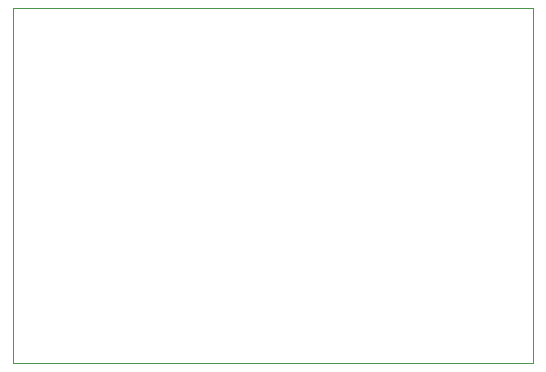
<source format=gm1>
%TF.GenerationSoftware,KiCad,Pcbnew,9.0.0+dfsg-1*%
%TF.CreationDate,2025-03-17T14:30:45+01:00*%
%TF.ProjectId,control-matrix-2-alt,636f6e74-726f-46c2-9d6d-61747269782d,1.0*%
%TF.SameCoordinates,Original*%
%TF.FileFunction,Profile,NP*%
%FSLAX46Y46*%
G04 Gerber Fmt 4.6, Leading zero omitted, Abs format (unit mm)*
G04 Created by KiCad (PCBNEW 9.0.0+dfsg-1) date 2025-03-17 14:30:45*
%MOMM*%
%LPD*%
G01*
G04 APERTURE LIST*
%TA.AperFunction,Profile*%
%ADD10C,0.050000*%
%TD*%
G04 APERTURE END LIST*
D10*
X60000000Y-80000000D02*
X104000000Y-80000000D01*
X104000000Y-110000000D01*
X60000000Y-110000000D01*
X60000000Y-80000000D01*
M02*

</source>
